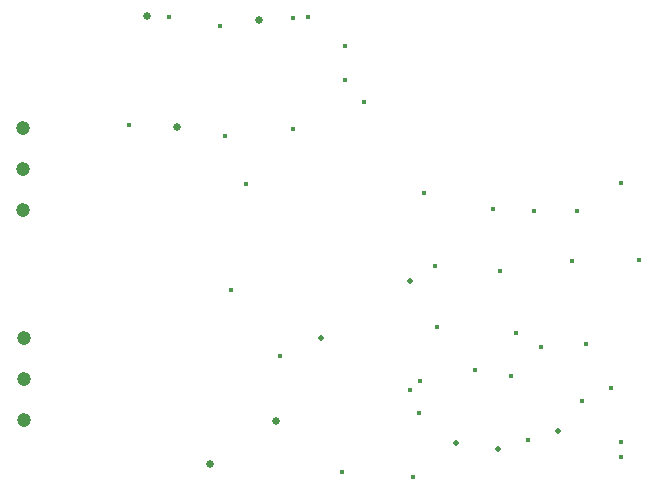
<source format=gbr>
%TF.GenerationSoftware,KiCad,Pcbnew,7.0.10*%
%TF.CreationDate,2024-04-30T20:07:52-04:00*%
%TF.ProjectId,FutekCircuit,46757465-6b43-4697-9263-7569742e6b69,rev?*%
%TF.SameCoordinates,Original*%
%TF.FileFunction,Plated,1,2,PTH,Drill*%
%TF.FilePolarity,Positive*%
%FSLAX46Y46*%
G04 Gerber Fmt 4.6, Leading zero omitted, Abs format (unit mm)*
G04 Created by KiCad (PCBNEW 7.0.10) date 2024-04-30 20:07:52*
%MOMM*%
%LPD*%
G01*
G04 APERTURE LIST*
%TA.AperFunction,ViaDrill*%
%ADD10C,0.400000*%
%TD*%
%TA.AperFunction,ViaDrill*%
%ADD11C,0.508000*%
%TD*%
%TA.AperFunction,ViaDrill*%
%ADD12C,0.645000*%
%TD*%
%TA.AperFunction,ComponentDrill*%
%ADD13C,1.193800*%
%TD*%
G04 APERTURE END LIST*
D10*
X176479200Y-83566000D03*
X179933600Y-74472800D03*
X184226200Y-75234800D03*
X184658000Y-84531200D03*
X185115200Y-97536000D03*
X186410600Y-88595200D03*
X189331600Y-103124000D03*
X190373000Y-74498200D03*
X190373000Y-83947000D03*
X191668400Y-74472800D03*
X194564000Y-112928400D03*
X194767200Y-79806800D03*
X194792600Y-76936600D03*
X196367400Y-81610200D03*
X200279000Y-106045000D03*
X200558400Y-113385600D03*
X201041000Y-107950000D03*
X201168000Y-105283000D03*
X201447400Y-89306400D03*
X202438000Y-95554800D03*
X202615800Y-100711000D03*
X205816200Y-104292400D03*
X207289400Y-90728800D03*
X207924400Y-95910400D03*
X208889600Y-104800400D03*
X209296000Y-101193600D03*
X210312000Y-110236000D03*
X210794600Y-90881200D03*
X211429600Y-102412800D03*
X214020400Y-95113800D03*
X214426800Y-90906600D03*
X214884000Y-106984800D03*
X215188800Y-102133400D03*
X217335100Y-105829100D03*
X218135200Y-110439200D03*
X218135200Y-111709200D03*
X218186000Y-88519000D03*
X219710000Y-94996000D03*
D11*
X192786000Y-101600000D03*
X200279000Y-96774000D03*
X204216000Y-110490000D03*
X207772000Y-110998000D03*
X212852000Y-109474000D03*
D12*
X178054000Y-74320400D03*
X180594000Y-83743800D03*
X183337200Y-112318800D03*
X187553600Y-74726800D03*
X188976000Y-108661200D03*
D13*
%TO.C,J2*%
X167513000Y-83820000D03*
X167513000Y-87320001D03*
X167513000Y-90820001D03*
%TO.C,J1*%
X167640000Y-101600000D03*
X167640000Y-105100001D03*
X167640000Y-108600001D03*
M02*

</source>
